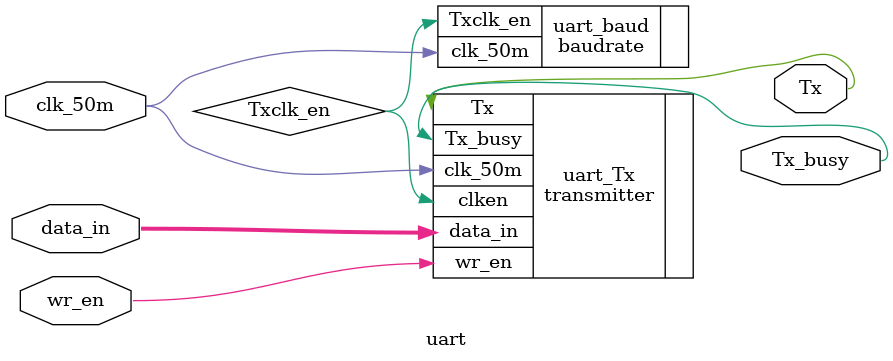
<source format=v>
module uart(input wire [7:0] data_in, //input data
				input wire wr_en,
				input wire clk_50m,
				output wire Tx,
				output wire Tx_busy
				);		

wire Txclk_en;
		 

baudrate uart_baud(	.clk_50m(clk_50m),
							.Txclk_en(Txclk_en)
							);
							
transmitter uart_Tx(	.data_in(data_in),
							.wr_en(wr_en),
							.clk_50m(clk_50m),
							.clken(Txclk_en), //We assign Tx clock to enable clock 
							.Tx(Tx),
							.Tx_busy(Tx_busy)
							);
							

endmodule

</source>
